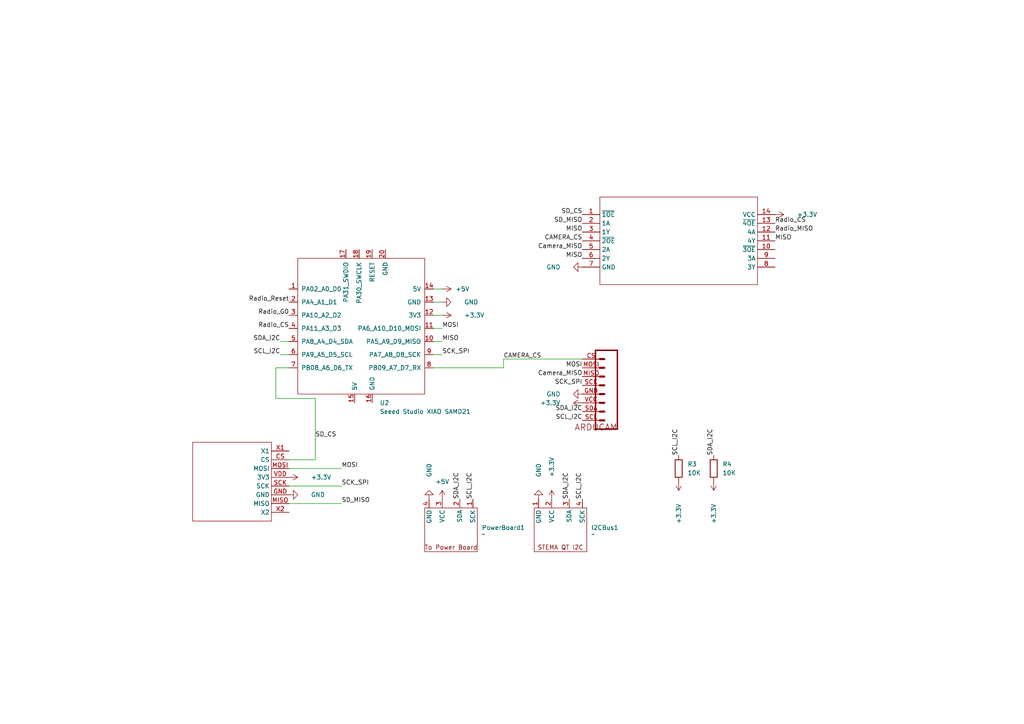
<source format=kicad_sch>
(kicad_sch (version 20231120) (generator "eeschema") (generator_version "8.0")
  (paper "A4")
  (lib_symbols
    (symbol "Device:R" (pin_numbers hide) (pin_names (offset 0))
      (property "Reference" "R" (at 2.032 0 90))
      (property "Value" "R" (at 0 0 90))
      (symbol "R_0_1"
        (rectangle (start -1.016 -2.54) (end 1.016 2.54) (stroke (width 0.254)))
      )
      (symbol "R_1_1"
        (pin passive line (at 0 3.81 270) (length 1.27) (name "~") (number "1"))
        (pin passive line (at 0 -3.81 90) (length 1.27) (name "~") (number "2"))
      )
    )
    (symbol "Pocket Qube Symbols:I2C_Power_Connector"
      (property "Reference" "U" (at 0 0 0))
      (symbol "I2C_Power_Connector_0_1"
        (rectangle (start -7.62 6.35) (end 7.62 -6.35))
      )
      (symbol "I2C_Power_Connector_1_1"
        (text "To Power Board\n" (at 0 -5.08 0) (effects (font (size 1.27 1.27))))
        (pin input line (at 6.35 8.89 270) (length 2.54) (name "SCK") (number "1"))
        (pin input line (at 2.54 8.89 270) (length 2.54) (name "SDA") (number "2"))
        (pin input line (at -2.54 8.89 270) (length 2.54) (name "VCC") (number "3"))
        (pin input line (at -6.35 8.89 270) (length 2.54) (name "GND") (number "4"))
      )
    )
    (symbol "Pocket Qube Symbols:Stema_QT"
      (property "Reference" "U" (at 0 0 0))
      (symbol "Stema_QT_0_1"
        (rectangle (start -7.62 6.35) (end 7.62 -6.35))
      )
      (symbol "Stema_QT_1_1"
        (text "STEMA QT I2C\n" (at 0 -5.08 0) (effects (font (size 1.27 1.27))))
        (pin input line (at -6.35 8.89 270) (length 2.54) (name "GND") (number "1"))
        (pin input line (at -2.54 8.89 270) (length 2.54) (name "VCC") (number "2"))
        (pin input line (at 2.54 8.89 270) (length 2.54) (name "SDA") (number "3"))
        (pin input line (at 6.35 8.89 270) (length 2.54) (name "SCK") (number "4"))
      )
    )
    (symbol "SN74LVC125ANSR:SN74LVC125ANSR"
      (symbol "SN74LVC125ANSR_1_0"
        (polyline (pts (xy 7.62 -20.32) (xy 53.34 -20.32)) (stroke (width 0.1524)))
        (polyline (pts (xy 7.62 5.08) (xy 7.62 -20.32)) (stroke (width 0.1524)))
        (polyline (pts (xy 53.34 -20.32) (xy 53.34 5.08)) (stroke (width 0.1524)))
        (polyline (pts (xy 53.34 5.08) (xy 7.62 5.08)) (stroke (width 0.1524)))
        (pin input line (at 2.54 0 0) (length 5.08) (name "~{1OE}") (number "1"))
        (pin input line (at 58.42 -10.16 180) (length 5.08) (name "~{3OE}") (number "10"))
        (pin output line (at 58.42 -7.62 180) (length 5.08) (name "4Y") (number "11"))
        (pin input line (at 58.42 -5.08 180) (length 5.08) (name "4A") (number "12"))
        (pin input line (at 58.42 -2.54 180) (length 5.08) (name "~{4OE}") (number "13"))
        (pin power_in line (at 58.42 0 180) (length 5.08) (name "VCC") (number "14"))
        (pin input line (at 2.54 -2.54 0) (length 5.08) (name "1A") (number "2"))
        (pin output line (at 2.54 -5.08 0) (length 5.08) (name "1Y") (number "3"))
        (pin input line (at 2.54 -7.62 0) (length 5.08) (name "~{2OE}") (number "4"))
        (pin input line (at 2.54 -10.16 0) (length 5.08) (name "2A") (number "5"))
        (pin output line (at 2.54 -12.7 0) (length 5.08) (name "2Y") (number "6"))
        (pin power_in line (at 2.54 -15.24 0) (length 5.08) (name "GND") (number "7"))
        (pin output line (at 58.42 -15.24 180) (length 5.08) (name "3Y") (number "8"))
        (pin input line (at 58.42 -12.7 180) (length 5.08) (name "3A") (number "9"))
      )
    )
    (symbol "Seeed_Studio_XIAO_Series:Seeed Studio XIAO SAMD21" (pin_names (offset 1.016))
      (property "Reference" "U" (at -19.05 22.86 0))
      (property "Value" "Seeed Studio XIAO SAMD21" (at -12.7 21.59 0))
      (symbol "Seeed Studio XIAO SAMD21_0_1"
        (rectangle (start -19.05 20.32) (end 17.78 -19.05))
      )
      (symbol "Seeed Studio XIAO SAMD21_1_1"
        (pin unspecified line (at -21.59 11.43 0) (length 2.54) (name "PA02_A0_D0") (number "1"))
        (pin unspecified line (at 20.32 -3.81 180) (length 2.54) (name "PA5_A9_D9_MISO") (number "10"))
        (pin unspecified line (at 20.32 0 180) (length 2.54) (name "PA6_A10_D10_MOSI") (number "11"))
        (pin unspecified line (at 20.32 3.81 180) (length 2.54) (name "3V3") (number "12"))
        (pin unspecified line (at 20.32 7.62 180) (length 2.54) (name "GND") (number "13"))
        (pin unspecified line (at 20.32 11.43 180) (length 2.54) (name "5V") (number "14"))
        (pin input line (at -2.54 -21.59 90) (length 2.54) (name "5V") (number "15"))
        (pin input line (at 2.54 -21.59 90) (length 2.54) (name "GND") (number "16"))
        (pin input line (at -5.08 22.86 270) (length 2.54) (name "PA31_SWDIO") (number "17"))
        (pin input line (at -1.27 22.86 270) (length 2.54) (name "PA30_SWCLK") (number "18"))
        (pin input line (at 2.54 22.86 270) (length 2.54) (name "RESET") (number "19"))
        (pin unspecified line (at -21.59 7.62 0) (length 2.54) (name "PA4_A1_D1") (number "2"))
        (pin input line (at 6.35 22.86 270) (length 2.54) (name "GND") (number "20"))
        (pin unspecified line (at -21.59 3.81 0) (length 2.54) (name "PA10_A2_D2") (number "3"))
        (pin unspecified line (at -21.59 0 0) (length 2.54) (name "PA11_A3_D3") (number "4"))
        (pin unspecified line (at -21.59 -3.81 0) (length 2.54) (name "PA8_A4_D4_SDA") (number "5"))
        (pin unspecified line (at -21.59 -7.62 0) (length 2.54) (name "PA9_A5_D5_SCL") (number "6"))
        (pin unspecified line (at -21.59 -11.43 0) (length 2.54) (name "PB08_A6_D6_TX") (number "7"))
        (pin unspecified line (at 20.32 -11.43 180) (length 2.54) (name "PB09_A7_D7_RX") (number "8"))
        (pin unspecified line (at 20.32 -7.62 180) (length 2.54) (name "PA7_A8_D8_SCK") (number "9"))
      )
    )
    (symbol "power:+3.3V" (power) (pin_numbers hide) (pin_names (offset 0) hide)
      (property "Value" "+3.3V" (at 0 3.556 0))
      (symbol "+3.3V_0_1"
        (polyline (pts (xy -0.762 1.27) (xy 0 2.54)))
        (polyline (pts (xy 0 0) (xy 0 2.54)))
        (polyline (pts (xy 0 2.54) (xy 0.762 1.27)))
      )
      (symbol "+3.3V_1_1"
        (pin power_in line (at 0 0 90) (length 0) (name "~") (number "1"))
      )
    )
    (symbol "power:+5V" (power) (pin_numbers hide) (pin_names (offset 0) hide)
      (property "Value" "+5V" (at 0 3.556 0))
      (symbol "+5V_0_1"
        (polyline (pts (xy -0.762 1.27) (xy 0 2.54)))
        (polyline (pts (xy 0 0) (xy 0 2.54)))
        (polyline (pts (xy 0 2.54) (xy 0.762 1.27)))
      )
      (symbol "+5V_1_1"
        (pin power_in line (at 0 0 90) (length 0) (name "~") (number "1"))
      )
    )
    (symbol "power:GND" (power) (pin_numbers hide) (pin_names (offset 0) hide)
      (property "Value" "GND" (at 0 -3.81 0))
      (symbol "GND_0_1"
        (polyline (pts (xy 0 0) (xy 0 -1.27) (xy 1.27 -1.27) (xy 0 -2.54) (xy -1.27 -1.27) (xy 0 -1.27)))
      )
      (symbol "GND_1_1"
        (pin power_in line (at 0 0 270) (length 0) (name "~") (number "1"))
      )
    )
    (symbol "project-library:ARDUCAM_MINI"
      (symbol "ARDUCAM_MINI_1_0"
        (polyline (pts (xy -5.08 12.7) (xy -5.08 -10.16)) (stroke (width 0.4064)))
        (polyline (pts (xy -5.08 12.7) (xy 1.27 12.7)) (stroke (width 0.4064)))
        (polyline (pts (xy -1.27 -7.62) (xy 0 -7.62)) (stroke (width 0.6096)))
        (polyline (pts (xy -1.27 -5.08) (xy 0 -5.08)) (stroke (width 0.6096)))
        (polyline (pts (xy -1.27 -2.54) (xy 0 -2.54)) (stroke (width 0.6096)))
        (polyline (pts (xy -1.27 0) (xy 0 0)) (stroke (width 0.6096)))
        (polyline (pts (xy -1.27 2.54) (xy 0 2.54)) (stroke (width 0.6096)))
        (polyline (pts (xy -1.27 5.08) (xy 0 5.08)) (stroke (width 0.6096)))
        (polyline (pts (xy -1.27 7.62) (xy 0 7.62)) (stroke (width 0.6096)))
        (polyline (pts (xy -1.27 10.16) (xy 0 10.16)) (stroke (width 0.6096)))
        (polyline (pts (xy 1.27 -10.16) (xy -5.08 -10.16)) (stroke (width 0.4064)))
        (polyline (pts (xy 1.27 -10.16) (xy 1.27 12.7)) (stroke (width 0.4064)))
        (text "ARDUCAM" (at -5.08 13.208 0) (effects (font (size 1.778 1.778)) (justify left bottom)))
        (text "~" (at -5.08 -12.446 0) (effects (font (size 1.778 1.778)) (justify left bottom)))
        (pin passive line (at 5.08 -7.62 180) (length 5.08) (name "CS") (number "CS"))
        (pin passive line (at 5.08 2.54 180) (length 5.08) (name "GND") (number "GND"))
        (pin passive line (at 5.08 -2.54 180) (length 5.08) (name "MISO") (number "MISO"))
        (pin passive line (at 5.08 -5.08 180) (length 5.08) (name "MOSI") (number "MOSI"))
        (pin passive line (at 5.08 0 180) (length 5.08) (name "SCK") (number "SCK"))
        (pin passive line (at 5.08 10.16 180) (length 5.08) (name "SCL") (number "SCL"))
        (pin passive line (at 5.08 7.62 180) (length 5.08) (name "SDA") (number "SDA"))
        (pin passive line (at 5.08 5.08 180) (length 5.08) (name "VCC") (number "VCC"))
      )
    )
    (symbol "project-library:SD_READER"
      (symbol "SD_READER_1_0"
        (polyline (pts (xy -10.16 -10.16) (xy -10.16 12.7)) (stroke (width 0.1524)))
        (polyline (pts (xy -10.16 12.7) (xy 12.7 12.7)) (stroke (width 0.1524)))
        (polyline (pts (xy 12.7 -10.16) (xy -10.16 -10.16)) (stroke (width 0.1524)))
        (polyline (pts (xy 12.7 12.7) (xy 12.7 -10.16)) (stroke (width 0.1524)))
        (pin bidirectional line (at 17.78 7.62 180) (length 5.08) (name "CS") (number "CS"))
        (pin bidirectional line (at 17.78 -2.54 180) (length 5.08) (name "GND") (number "GND"))
        (pin bidirectional line (at 17.78 -5.08 180) (length 5.08) (name "MISO") (number "MISO"))
        (pin bidirectional line (at 17.78 5.08 180) (length 5.08) (name "MOSI") (number "MOSI"))
        (pin bidirectional line (at 17.78 0 180) (length 5.08) (name "SCK") (number "SCK"))
        (pin bidirectional line (at 17.78 2.54 180) (length 5.08) (name "3V3") (number "VDD"))
        (pin bidirectional line (at 17.78 10.16 180) (length 5.08) (name "X1") (number "X1"))
        (pin bidirectional line (at 17.78 -7.62 180) (length 5.08) (name "X2") (number "X2"))
      )
    )
  )
  (wire (pts (xy 91.44 133.35) (xy 91.44 115.57)))
  (wire (pts (xy 128.27 102.87) (xy 125.73 102.87)))
  (wire (pts (xy 99.06 135.89) (xy 83.82 135.89)))
  (wire (pts (xy 81.28 102.87) (xy 83.82 102.87)))
  (wire (pts (xy 99.06 146.05) (xy 83.82 146.05)))
  (wire (pts (xy 80.01 106.68) (xy 83.82 106.68)))
  (wire (pts (xy 128.27 99.06) (xy 125.73 99.06)))
  (wire (pts (xy 83.82 133.35) (xy 91.44 133.35)))
  (wire (pts (xy 128.27 87.63) (xy 125.73 87.63)))
  (wire (pts (xy 146.05 106.68) (xy 146.05 104.14)))
  (wire (pts (xy 146.05 104.14) (xy 168.91 104.14)))
  (wire (pts (xy 81.28 99.06) (xy 83.82 99.06)))
  (wire (pts (xy 80.01 115.57) (xy 80.01 106.68)))
  (wire (pts (xy 128.27 95.25) (xy 125.73 95.25)))
  (wire (pts (xy 128.27 91.44) (xy 125.73 91.44)))
  (wire (pts (xy 128.27 83.82) (xy 125.73 83.82)))
  (wire (pts (xy 83.82 140.97) (xy 99.06 140.97)))
  (wire (pts (xy 125.73 106.68) (xy 146.05 106.68)))
  (wire (pts (xy 91.44 115.57) (xy 80.01 115.57)))
  (label "CAMERA_CS" (at 146.05 104.14 0))
  (label "MISO" (at 168.91 74.93 180))
  (label "Camera_MISO" (at 168.91 109.22 180))
  (label "MOSI" (at 168.91 106.68 180))
  (label "SD_CS" (at 91.44 127 0))
  (label "SCL_I2C" (at 168.91 121.92 180))
  (label "MISO" (at 128.27 99.06 0))
  (label "SDA_I2C" (at 81.28 99.06 180))
  (label "SCL_I2C" (at 81.28 102.87 180))
  (label "SD_MISO" (at 99.06 146.05 0))
  (label "Radio_CS" (at 83.82 95.25 180))
  (label "SDA_I2C" (at 133.35 144.78 90))
  (label "SCL_I2C" (at 196.85 132.08 90))
  (label "MOSI" (at 99.06 135.89 0))
  (label "SCK_SPI" (at 99.06 140.97 0))
  (label "SD_CS" (at 168.91 62.23 180))
  (label "SD_MISO" (at 168.91 64.77 180))
  (label "MISO" (at 168.91 67.31 180))
  (label "Radio_G0" (at 83.82 91.44 180))
  (label "SDA_I2C" (at 165.1 144.78 90))
  (label "Radio_MISO" (at 224.79 67.31 0))
  (label "CAMERA_CS" (at 168.91 69.85 180))
  (label "SCL_I2C" (at 168.91 144.78 90))
  (label "Radio_Reset" (at 83.82 87.63 180))
  (label "SDA_I2C" (at 168.91 119.38 180))
  (label "SDA_I2C" (at 207.01 132.08 90))
  (label "SCK_SPI" (at 168.91 111.76 180))
  (label "SCL_I2C" (at 137.16 144.78 90))
  (label "Radio_CS" (at 224.79 64.77 0))
  (label "MOSI" (at 128.27 95.25 0))
  (label "SCK_SPI" (at 128.27 102.87 0))
  (label "MISO" (at 224.79 69.85 0))
  (label "Camera_MISO" (at 168.91 72.39 180))
  (symbol (lib_id "Pocket Qube Symbols:I2C_Power_Connector") (at 130.81 153.67 0) (unit 1)
    (property "Reference" "PowerBoard1" (at 139.7 153.0349 0) (effects (justify left)))
    (property "Value" "~" (at 139.7 154.94 0) (effects (justify left)))
    (property "Footprint" "Connector_Molex:Molex_PicoBlade_53047-0410_1x04_P1.25mm_Vertical" (effects (hide yes)))
  )
  (symbol (lib_id "power:+5V") (at 128.27 144.78 0) (unit 1)
    (property "Reference" "#PWR013" (effects (hide yes)))
    (property "Value" "+5V" (at 128.27 139.7 0))
    (property "Description" "Power symbol creates a global label with name \"+5V\"" (effects (hide yes)))
  )
  (symbol (lib_id "project-library:ARDUCAM_MINI") (at 173.99 111.76 180) (unit 1)
    (property "Reference" "121" (effects (hide yes)))
    (property "Footprint" "project-library:ARDUCAM_MINI" (effects (hide yes)))
  )
  (symbol (lib_id "power:+3.3V") (at 83.82 138.43 270) (unit 1)
    (property "Reference" "#PWR07" (effects (hide yes)))
    (property "Value" "+3.3V" (at 90.17 138.4299 90) (effects (justify left)))
    (property "Description" "Power symbol creates a global label with name \"+3.3V\"" (effects (hide yes)))
  )
  (symbol (lib_id "project-library:SD_READER") (at 66.04 140.97 0) (unit 1)
    (property "Reference" "111" (effects (hide yes)))
    (property "Footprint" "project-library:SDREAD" (effects (hide yes)))
  )
  (symbol (lib_id "power:+3.3V") (at 128.27 91.44 270) (unit 1)
    (property "Reference" "#PWR01" (effects (hide yes)))
    (property "Value" "+3.3V" (at 134.62 91.4399 90) (effects (justify left)))
    (property "Description" "Power symbol creates a global label with name \"+3.3V\"" (effects (hide yes)))
  )
  (symbol (lib_id "power:GND") (at 124.46 144.78 180) (unit 1)
    (property "Reference" "#PWR011" (effects (hide yes)))
    (property "Value" "GND" (at 124.4599 138.43 90) (effects (justify right)))
    (property "Description" "Power symbol creates a global label with name \"GND\" , ground" (effects (hide yes)))
  )
  (symbol (lib_id "power:GND") (at 156.21 144.78 180) (unit 1)
    (property "Reference" "#PWR010" (effects (hide yes)))
    (property "Value" "GND" (at 156.2099 138.43 90) (effects (justify right)))
    (property "Description" "Power symbol creates a global label with name \"GND\" , ground" (effects (hide yes)))
  )
  (symbol (lib_id "power:GND") (at 168.91 114.3 270) (unit 1)
    (property "Reference" "#PWR03" (effects (hide yes)))
    (property "Value" "GND" (at 162.56 114.3001 90) (effects (justify right)))
    (property "Description" "Power symbol creates a global label with name \"GND\" , ground" (effects (hide yes)))
  )
  (symbol (lib_id "power:+3.3V") (at 160.02 144.78 0) (unit 1)
    (property "Reference" "#PWR09" (effects (hide yes)))
    (property "Value" "+3.3V" (at 160.0199 138.43 90) (effects (justify left)))
    (property "Description" "Power symbol creates a global label with name \"+3.3V\"" (effects (hide yes)))
  )
  (symbol (lib_id "Pocket Qube Symbols:Stema_QT") (at 162.56 153.67 0) (unit 1)
    (property "Reference" "I2CBus1" (at 171.45 153.0349 0) (effects (justify left)))
    (property "Value" "~" (at 171.45 154.94 0) (effects (justify left)))
    (property "Footprint" "Connector_JST:JST_SH_BM04B-SRSS-TB_1x04-1MP_P1.00mm_Vertical" (effects (hide yes)))
  )
  (symbol (lib_id "power:GND") (at 128.27 87.63 90) (unit 1)
    (property "Reference" "#PWR02" (effects (hide yes)))
    (property "Value" "GND" (at 134.62 87.6299 90) (effects (justify right)))
    (property "Description" "Power symbol creates a global label with name \"GND\" , ground" (effects (hide yes)))
  )
  (symbol (lib_id "Device:R") (at 196.85 135.89 0) (unit 1)
    (property "Reference" "R3" (at 199.39 134.6199 0) (effects (justify left)))
    (property "Value" "10K" (at 199.39 137.1599 0) (effects (justify left)))
    (property "Description" "Resistor" (effects (hide yes)))
  )
  (symbol (lib_id "Seeed_Studio_XIAO_Series:Seeed Studio XIAO SAMD21") (at 105.41 95.25 0) (unit 1)
    (property "Reference" "U2" (at 110.1441 116.84 0) (effects (justify left)))
    (property "Value" "Seeed Studio XIAO SAMD21" (at 110.1441 119.38 0) (effects (justify left)))
    (property "Footprint" "Seeed Studio XIAO Series Library:XIAO-SAMD21-SMD" (effects (hide yes)))
  )
  (symbol (lib_id "power:+5V") (at 128.27 83.82 270) (unit 1)
    (property "Reference" "#PWR012" (effects (hide yes)))
    (property "Value" "+5V" (at 132.08 83.8199 90) (effects (justify left)))
    (property "Description" "Power symbol creates a global label with name \"+5V\"" (effects (hide yes)))
  )
  (symbol (lib_id "power:+3.3V") (at 224.79 62.23 270) (unit 1)
    (property "Reference" "#PWR05" (effects (hide yes)))
    (property "Value" "+3.3V" (at 231.14 62.2299 90) (effects (justify left)))
    (property "Description" "Power symbol creates a global label with name \"+3.3V\"" (effects (hide yes)))
  )
  (symbol (lib_id "power:GND") (at 83.82 143.51 90) (unit 1)
    (property "Reference" "#PWR08" (effects (hide yes)))
    (property "Value" "GND" (at 90.17 143.5099 90) (effects (justify right)))
    (property "Description" "Power symbol creates a global label with name \"GND\" , ground" (effects (hide yes)))
  )
  (symbol (lib_id "power:+3.3V") (at 196.85 139.7 180) (unit 1)
    (property "Reference" "#PWR014" (effects (hide yes)))
    (property "Value" "+3.3V" (at 196.8501 146.05 90) (effects (justify left)))
    (property "Description" "Power symbol creates a global label with name \"+3.3V\"" (effects (hide yes)))
  )
  (symbol (lib_id "Device:R") (at 207.01 135.89 0) (unit 1)
    (property "Reference" "R4" (at 209.55 134.6199 0) (effects (justify left)))
    (property "Value" "10K" (at 209.55 137.1599 0) (effects (justify left)))
    (property "Description" "Resistor" (effects (hide yes)))
  )
  (symbol (lib_id "power:GND") (at 168.91 77.47 270) (unit 1)
    (property "Reference" "#PWR06" (effects (hide yes)))
    (property "Value" "GND" (at 162.56 77.4701 90) (effects (justify right)))
    (property "Description" "Power symbol creates a global label with name \"GND\" , ground" (effects (hide yes)))
  )
  (symbol (lib_id "power:+3.3V") (at 207.01 139.7 180) (unit 1)
    (property "Reference" "#PWR015" (effects (hide yes)))
    (property "Value" "+3.3V" (at 207.0101 146.05 90) (effects (justify left)))
    (property "Description" "Power symbol creates a global label with name \"+3.3V\"" (effects (hide yes)))
  )
  (symbol (lib_id "power:+3.3V") (at 168.91 116.84 90) (unit 1)
    (property "Reference" "#PWR04" (effects (hide yes)))
    (property "Value" "+3.3V" (at 162.56 116.8401 90) (effects (justify left)))
    (property "Description" "Power symbol creates a global label with name \"+3.3V\"" (effects (hide yes)))
  )
  (symbol (lib_id "SN74LVC125ANSR:SN74LVC125ANSR") (at 166.37 62.23 0) (unit 1)
    (property "Reference" "U1" (effects (hide yes)))
    (property "Footprint" "SN74LVC125ANSR:NS14" (effects (hide yes)))
  )
)
</source>
